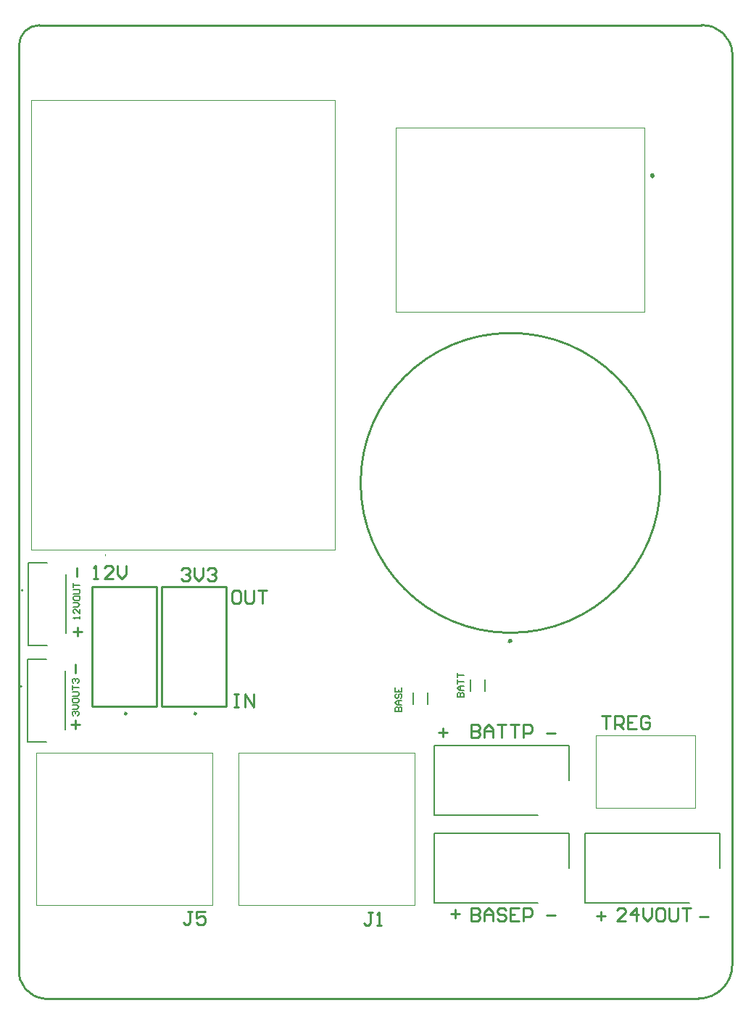
<source format=gto>
G04*
G04 #@! TF.GenerationSoftware,Altium Limited,Altium Designer,19.0.15 (446)*
G04*
G04 Layer_Color=65535*
%FSLAX25Y25*%
%MOIN*%
G70*
G01*
G75*
%ADD10C,0.01000*%
%ADD11C,0.01968*%
%ADD12C,0.00787*%
%ADD13C,0.00500*%
%ADD14C,0.00394*%
D10*
X294898Y237000D02*
G03*
X294898Y237000I-68898J0D01*
G01*
X81470Y130968D02*
G03*
X81470Y130968I-446J0D01*
G01*
X49470D02*
G03*
X49470Y130968I-446J0D01*
G01*
X65685Y134283D02*
X95213D01*
X65685D02*
Y189402D01*
X95213D01*
Y134283D02*
Y189402D01*
X63213Y134283D02*
Y189402D01*
X33685D02*
X63213D01*
X33685Y134283D02*
Y189402D01*
Y134283D02*
X63213D01*
X99000Y139998D02*
X100999D01*
X100000D01*
Y134000D01*
X99000D01*
X100999D01*
X103998D02*
Y139998D01*
X107997Y134000D01*
Y139998D01*
X242500Y121877D02*
X246499D01*
X194999Y124378D02*
Y120379D01*
X196998Y122379D02*
X193000D01*
X24000Y125999D02*
X27999D01*
X25999Y127998D02*
Y124000D01*
X25000Y168499D02*
X28999D01*
X26999Y170498D02*
Y166500D01*
X26001Y149500D02*
Y153499D01*
X26501Y194000D02*
Y197999D01*
X100999Y187498D02*
X99000D01*
X98000Y186498D01*
Y182500D01*
X99000Y181500D01*
X100999D01*
X101999Y182500D01*
Y186498D01*
X100999Y187498D01*
X103998D02*
Y182500D01*
X104998Y181500D01*
X106997D01*
X107997Y182500D01*
Y187498D01*
X109996D02*
X113995D01*
X111995D01*
Y181500D01*
X198500Y38877D02*
X202499D01*
X200499Y40876D02*
Y36878D01*
X242500Y38377D02*
X246499D01*
X317000Y37501D02*
X313001D01*
X267501Y36000D02*
Y39999D01*
X265502Y37999D02*
X269500D01*
X268000Y129998D02*
X271999D01*
X269999D01*
Y124000D01*
X273998D02*
Y129998D01*
X276997D01*
X277997Y128998D01*
Y126999D01*
X276997Y125999D01*
X273998D01*
X275997D02*
X277997Y124000D01*
X283995Y129998D02*
X279996D01*
Y124000D01*
X283995D01*
X279996Y126999D02*
X281996D01*
X289993Y128998D02*
X288993Y129998D01*
X286994D01*
X285994Y128998D01*
Y125000D01*
X286994Y124000D01*
X288993D01*
X289993Y125000D01*
Y126999D01*
X287994D01*
X34200Y192900D02*
X36199D01*
X35200D01*
Y198898D01*
X34200Y197898D01*
X43197Y192900D02*
X39198D01*
X43197Y196899D01*
Y197898D01*
X42197Y198898D01*
X40198D01*
X39198Y197898D01*
X45196Y198898D02*
Y194899D01*
X47196Y192900D01*
X49195Y194899D01*
Y198898D01*
X74500Y196998D02*
X75500Y197998D01*
X77499D01*
X78499Y196998D01*
Y195999D01*
X77499Y194999D01*
X76499D01*
X77499D01*
X78499Y193999D01*
Y193000D01*
X77499Y192000D01*
X75500D01*
X74500Y193000D01*
X80498Y197998D02*
Y193999D01*
X82497Y192000D01*
X84497Y193999D01*
Y197998D01*
X86496Y196998D02*
X87496Y197998D01*
X89495D01*
X90495Y196998D01*
Y195999D01*
X89495Y194999D01*
X88495D01*
X89495D01*
X90495Y193999D01*
Y193000D01*
X89495Y192000D01*
X87496D01*
X86496Y193000D01*
X208000Y41498D02*
Y35500D01*
X210999D01*
X211999Y36500D01*
Y37499D01*
X210999Y38499D01*
X208000D01*
X210999D01*
X211999Y39499D01*
Y40498D01*
X210999Y41498D01*
X208000D01*
X213998Y35500D02*
Y39499D01*
X215997Y41498D01*
X217997Y39499D01*
Y35500D01*
Y38499D01*
X213998D01*
X223995Y40498D02*
X222995Y41498D01*
X220996D01*
X219996Y40498D01*
Y39499D01*
X220996Y38499D01*
X222995D01*
X223995Y37499D01*
Y36500D01*
X222995Y35500D01*
X220996D01*
X219996Y36500D01*
X229993Y41498D02*
X225994D01*
Y35500D01*
X229993D01*
X225994Y38499D02*
X227993D01*
X231992Y35500D02*
Y41498D01*
X234991D01*
X235991Y40498D01*
Y38499D01*
X234991Y37499D01*
X231992D01*
X79499Y39998D02*
X77499D01*
X78499D01*
Y35000D01*
X77499Y34000D01*
X76500D01*
X75500Y35000D01*
X85497Y39998D02*
X81498D01*
Y36999D01*
X83497Y37999D01*
X84497D01*
X85497Y36999D01*
Y35000D01*
X84497Y34000D01*
X82498D01*
X81498Y35000D01*
X208000Y125998D02*
Y120000D01*
X210999D01*
X211999Y121000D01*
Y121999D01*
X210999Y122999D01*
X208000D01*
X210999D01*
X211999Y123999D01*
Y124998D01*
X210999Y125998D01*
X208000D01*
X213998Y120000D02*
Y123999D01*
X215997Y125998D01*
X217997Y123999D01*
Y120000D01*
Y122999D01*
X213998D01*
X219996Y125998D02*
X223995D01*
X221995D01*
Y120000D01*
X225994Y125998D02*
X229993D01*
X227993D01*
Y120000D01*
X231992D02*
Y125998D01*
X234991D01*
X235991Y124998D01*
Y122999D01*
X234991Y121999D01*
X231992D01*
X278999Y35500D02*
X275000D01*
X278999Y39499D01*
Y40498D01*
X277999Y41498D01*
X276000D01*
X275000Y40498D01*
X283997Y35500D02*
Y41498D01*
X280998Y38499D01*
X284997D01*
X286996Y41498D02*
Y37499D01*
X288996Y35500D01*
X290995Y37499D01*
Y41498D01*
X295993D02*
X293994D01*
X292994Y40498D01*
Y36500D01*
X293994Y35500D01*
X295993D01*
X296993Y36500D01*
Y40498D01*
X295993Y41498D01*
X298992D02*
Y36500D01*
X299992Y35500D01*
X301991D01*
X302991Y36500D01*
Y41498D01*
X304990D02*
X308989D01*
X306990D01*
Y35500D01*
X162499Y39498D02*
X160499D01*
X161499D01*
Y34500D01*
X160499Y33500D01*
X159500D01*
X158500Y34500D01*
X164498Y33500D02*
X166497D01*
X165498D01*
Y39498D01*
X164498Y38498D01*
X9367Y447367D02*
G03*
X0Y438000I0J-9367D01*
G01*
Y13500D02*
G03*
X11500Y0I12500J-1000D01*
G01*
X312500D02*
G03*
X328000Y15500I-0J15500D01*
G01*
X328027Y434493D02*
G03*
X314000Y447367I-13521J-654D01*
G01*
X9367D02*
X16439D01*
X0Y429143D02*
Y438000D01*
X313133Y447367D02*
X313834D01*
X11500Y0D02*
X312500D01*
X328000Y15500D02*
Y434500D01*
X16439Y447367D02*
X313133D01*
X0Y13500D02*
Y429143D01*
D11*
X225897Y164417D02*
G03*
X225897Y164417I-248J0D01*
G01*
X291248Y378000D02*
G03*
X291248Y378394I0J197D01*
G01*
D02*
G03*
X291248Y378000I0J-197D01*
G01*
D12*
X1327Y143378D02*
G03*
X1327Y143378I-402J0D01*
G01*
X1827Y187689D02*
G03*
X1827Y187689I-402J0D01*
G01*
X39713Y203654D02*
G03*
X39713Y204047I0J197D01*
G01*
D02*
G03*
X39713Y203654I0J-197D01*
G01*
D02*
G03*
X39713Y204047I0J197D01*
G01*
X260354Y44000D02*
X308201D01*
X260354D02*
Y76000D01*
X322303D01*
Y60000D02*
Y76000D01*
X3902Y118098D02*
X12504D01*
X3902D02*
Y156091D01*
X12504D01*
X21106Y123626D02*
Y150563D01*
X4402Y162409D02*
X13004D01*
X4402D02*
Y200402D01*
X13004D01*
X21606Y167937D02*
Y194874D01*
X252803Y59878D02*
Y75878D01*
X190854D02*
X252803D01*
X190854Y43878D02*
Y75878D01*
Y43878D02*
X238701D01*
X252803Y100378D02*
Y116378D01*
X190854D02*
X252803D01*
X190854Y84378D02*
Y116378D01*
Y84378D02*
X238701D01*
D13*
X207653Y141189D02*
Y146465D01*
X214347Y141189D02*
Y146465D01*
X181154Y135362D02*
Y140638D01*
X187847Y135362D02*
Y140638D01*
X201501Y138500D02*
X204500D01*
Y139999D01*
X204000Y140499D01*
X203500D01*
X203000Y139999D01*
Y138500D01*
Y139999D01*
X202501Y140499D01*
X202001D01*
X201501Y139999D01*
Y138500D01*
X204500Y141499D02*
X202501D01*
X201501Y142499D01*
X202501Y143498D01*
X204500D01*
X203000D01*
Y141499D01*
X201501Y144498D02*
Y146497D01*
Y145498D01*
X204500D01*
X201501Y147497D02*
Y149496D01*
Y148497D01*
X204500D01*
X173001Y132000D02*
X176000D01*
Y133500D01*
X175500Y133999D01*
X175000D01*
X174501Y133500D01*
Y132000D01*
Y133500D01*
X174001Y133999D01*
X173501D01*
X173001Y133500D01*
Y132000D01*
X176000Y134999D02*
X174001D01*
X173001Y135999D01*
X174001Y136998D01*
X176000D01*
X174501D01*
Y134999D01*
X173501Y139997D02*
X173001Y139498D01*
Y138498D01*
X173501Y137998D01*
X174001D01*
X174501Y138498D01*
Y139498D01*
X175000Y139997D01*
X175500D01*
X176000Y139498D01*
Y138498D01*
X175500Y137998D01*
X173001Y142996D02*
Y140997D01*
X176000D01*
Y142996D01*
X174501Y140997D02*
Y141997D01*
X25001Y130000D02*
X24501Y130500D01*
Y131500D01*
X25001Y131999D01*
X25501D01*
X26000Y131500D01*
Y131000D01*
Y131500D01*
X26500Y131999D01*
X27000D01*
X27500Y131500D01*
Y130500D01*
X27000Y130000D01*
X24501Y132999D02*
X26500D01*
X27500Y133999D01*
X26500Y134998D01*
X24501D01*
Y137498D02*
Y136498D01*
X25001Y135998D01*
X27000D01*
X27500Y136498D01*
Y137498D01*
X27000Y137997D01*
X25001D01*
X24501Y137498D01*
Y138997D02*
X27000D01*
X27500Y139497D01*
Y140497D01*
X27000Y140996D01*
X24501D01*
Y141996D02*
Y143995D01*
Y142996D01*
X27500D01*
X25001Y144995D02*
X24501Y145495D01*
Y146495D01*
X25001Y146994D01*
X25501D01*
X26000Y146495D01*
Y145995D01*
Y146495D01*
X26500Y146994D01*
X27000D01*
X27500Y146495D01*
Y145495D01*
X27000Y144995D01*
X28000Y174500D02*
Y175500D01*
Y175000D01*
X25001D01*
X25501Y174500D01*
X28000Y178998D02*
Y176999D01*
X26001Y178998D01*
X25501D01*
X25001Y178499D01*
Y177499D01*
X25501Y176999D01*
X25001Y179998D02*
X27000D01*
X28000Y180998D01*
X27000Y181998D01*
X25001D01*
Y184497D02*
Y183497D01*
X25501Y182997D01*
X27500D01*
X28000Y183497D01*
Y184497D01*
X27500Y184997D01*
X25501D01*
X25001Y184497D01*
Y185996D02*
X27500D01*
X28000Y186496D01*
Y187496D01*
X27500Y187996D01*
X25001D01*
Y188995D02*
Y190995D01*
Y189995D01*
X28000D01*
D14*
X265165Y121091D02*
X310835D01*
Y87626D02*
Y121091D01*
X265165Y87626D02*
X310835D01*
X265165D02*
Y121091D01*
X101000Y43000D02*
Y113000D01*
Y43000D02*
X182098D01*
Y113000D01*
X101000D02*
X182098D01*
X8000D02*
X89098D01*
Y43000D02*
Y113000D01*
X8000Y43000D02*
X89098D01*
X8000D02*
Y113000D01*
X5461Y206213D02*
Y412906D01*
Y206213D02*
X145224D01*
Y412906D01*
X5461D02*
X145224D01*
X173413Y315677D02*
Y400323D01*
Y315677D02*
X287587D01*
Y400323D01*
X173413D02*
X287587D01*
M02*

</source>
